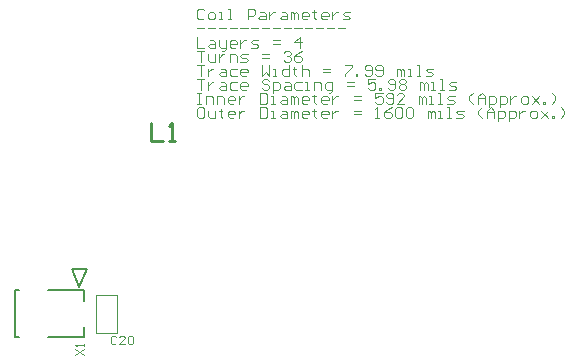
<source format=gto>
G04*
G04 #@! TF.GenerationSoftware,Altium Limited,Altium Designer,23.7.1 (13)*
G04*
G04 Layer_Color=65535*
%FSLAX25Y25*%
%MOIN*%
G70*
G04*
G04 #@! TF.SameCoordinates,EF7137CB-2ACC-42BF-A9FD-E08E9475024B*
G04*
G04*
G04 #@! TF.FilePolarity,Positive*
G04*
G01*
G75*
%ADD10C,0.00394*%
%ADD11C,0.00500*%
%ADD12C,0.00100*%
%ADD13C,0.01000*%
D10*
X29528Y93307D02*
X36614D01*
Y105905D01*
X29528Y93307D02*
Y105905D01*
X36614D01*
X36352Y91863D02*
X35893Y92322D01*
X34975D01*
X34516Y91863D01*
Y90026D01*
X34975Y89567D01*
X35893D01*
X36352Y90026D01*
X39107Y89567D02*
X37271D01*
X39107Y91404D01*
Y91863D01*
X38648Y92322D01*
X37730D01*
X37271Y91863D01*
X40026D02*
X40485Y92322D01*
X41403D01*
X41862Y91863D01*
Y90026D01*
X41403Y89567D01*
X40485D01*
X40026Y90026D01*
Y91863D01*
X22638Y85959D02*
X25393Y87795D01*
X22638D02*
X25393Y85959D01*
Y88714D02*
Y89632D01*
Y89173D01*
X22638D01*
X23097Y88714D01*
D11*
X2362Y107480D02*
X3858D01*
X25591Y104016D02*
Y107480D01*
Y91732D02*
Y95197D01*
X2362Y91732D02*
X3858D01*
X2362D02*
Y107480D01*
X13465D02*
X25591D01*
X13465Y91732D02*
X25591D01*
X21516Y114480D02*
X24016Y108480D01*
X21516Y114480D02*
X26516D01*
X24016Y108480D02*
X26516Y114480D01*
D12*
X65074Y168536D02*
X63874D01*
X63274Y167937D01*
Y165537D01*
X63874Y164938D01*
X65074D01*
X65674Y165537D01*
Y167937D01*
X65074Y168536D01*
X66873Y167337D02*
Y165537D01*
X67473Y164938D01*
X69273D01*
Y167337D01*
X71072Y167937D02*
Y167337D01*
X70472D01*
X71672D01*
X71072D01*
Y165537D01*
X71672Y164938D01*
X75271D02*
X74071D01*
X73471Y165537D01*
Y166737D01*
X74071Y167337D01*
X75271D01*
X75870Y166737D01*
Y166137D01*
X73471D01*
X77070Y167337D02*
Y164938D01*
Y166137D01*
X77670Y166737D01*
X78270Y167337D01*
X78869D01*
X84268Y168536D02*
Y164938D01*
X86067D01*
X86667Y165537D01*
Y167937D01*
X86067Y168536D01*
X84268D01*
X87866Y164938D02*
X89066D01*
X88466D01*
Y167337D01*
X87866D01*
X91465D02*
X92665D01*
X93265Y166737D01*
Y164938D01*
X91465D01*
X90865Y165537D01*
X91465Y166137D01*
X93265D01*
X94464Y164938D02*
Y167337D01*
X95064D01*
X95664Y166737D01*
Y164938D01*
Y166737D01*
X96264Y167337D01*
X96864Y166737D01*
Y164938D01*
X99863D02*
X98663D01*
X98063Y165537D01*
Y166737D01*
X98663Y167337D01*
X99863D01*
X100462Y166737D01*
Y166137D01*
X98063D01*
X102262Y167937D02*
Y167337D01*
X101662D01*
X102862D01*
X102262D01*
Y165537D01*
X102862Y164938D01*
X106460D02*
X105261D01*
X104661Y165537D01*
Y166737D01*
X105261Y167337D01*
X106460D01*
X107060Y166737D01*
Y166137D01*
X104661D01*
X108260Y167337D02*
Y164938D01*
Y166137D01*
X108860Y166737D01*
X109459Y167337D01*
X110059D01*
X115458Y166137D02*
X117857D01*
X115458Y167337D02*
X117857D01*
X122655Y164938D02*
X123855D01*
X123255D01*
Y168536D01*
X122655Y167937D01*
X128053Y168536D02*
X126854Y167937D01*
X125654Y166737D01*
Y165537D01*
X126254Y164938D01*
X127454D01*
X128053Y165537D01*
Y166137D01*
X127454Y166737D01*
X125654D01*
X129253Y167937D02*
X129853Y168536D01*
X131053D01*
X131652Y167937D01*
Y165537D01*
X131053Y164938D01*
X129853D01*
X129253Y165537D01*
Y167937D01*
X132852D02*
X133452Y168536D01*
X134651D01*
X135251Y167937D01*
Y165537D01*
X134651Y164938D01*
X133452D01*
X132852Y165537D01*
Y167937D01*
X140050Y164938D02*
Y167337D01*
X140649D01*
X141249Y166737D01*
Y164938D01*
Y166737D01*
X141849Y167337D01*
X142449Y166737D01*
Y164938D01*
X143649D02*
X144848D01*
X144248D01*
Y167337D01*
X143649D01*
X146648Y164938D02*
X147847D01*
X147247D01*
Y168536D01*
X146648D01*
X149647Y164938D02*
X151446D01*
X152046Y165537D01*
X151446Y166137D01*
X150246D01*
X149647Y166737D01*
X150246Y167337D01*
X152046D01*
X158044Y164938D02*
X156844Y166137D01*
Y167337D01*
X158044Y168536D01*
X159843Y164938D02*
Y167337D01*
X161043Y168536D01*
X162242Y167337D01*
Y164938D01*
Y166737D01*
X159843D01*
X163442Y163738D02*
Y167337D01*
X165242D01*
X165841Y166737D01*
Y165537D01*
X165242Y164938D01*
X163442D01*
X167041Y163738D02*
Y167337D01*
X168840D01*
X169440Y166737D01*
Y165537D01*
X168840Y164938D01*
X167041D01*
X170640Y167337D02*
Y164938D01*
Y166137D01*
X171240Y166737D01*
X171839Y167337D01*
X172439D01*
X174838Y164938D02*
X176038D01*
X176638Y165537D01*
Y166737D01*
X176038Y167337D01*
X174838D01*
X174239Y166737D01*
Y165537D01*
X174838Y164938D01*
X177838Y167337D02*
X180237Y164938D01*
X179037Y166137D01*
X180237Y167337D01*
X177838Y164938D01*
X181436D02*
Y165537D01*
X182036D01*
Y164938D01*
X181436D01*
X184435D02*
X185635Y166137D01*
Y167337D01*
X184435Y168536D01*
X63274Y173236D02*
X64474D01*
X63874D01*
Y169638D01*
X63274D01*
X64474D01*
X66273D02*
Y172037D01*
X68073D01*
X68673Y171437D01*
Y169638D01*
X69872D02*
Y172037D01*
X71672D01*
X72272Y171437D01*
Y169638D01*
X75271D02*
X74071D01*
X73471Y170237D01*
Y171437D01*
X74071Y172037D01*
X75271D01*
X75870Y171437D01*
Y170837D01*
X73471D01*
X77070Y172037D02*
Y169638D01*
Y170837D01*
X77670Y171437D01*
X78270Y172037D01*
X78869D01*
X84268Y173236D02*
Y169638D01*
X86067D01*
X86667Y170237D01*
Y172637D01*
X86067Y173236D01*
X84268D01*
X87866Y169638D02*
X89066D01*
X88466D01*
Y172037D01*
X87866D01*
X91465D02*
X92665D01*
X93265Y171437D01*
Y169638D01*
X91465D01*
X90865Y170237D01*
X91465Y170837D01*
X93265D01*
X94464Y169638D02*
Y172037D01*
X95064D01*
X95664Y171437D01*
Y169638D01*
Y171437D01*
X96264Y172037D01*
X96864Y171437D01*
Y169638D01*
X99863D02*
X98663D01*
X98063Y170237D01*
Y171437D01*
X98663Y172037D01*
X99863D01*
X100462Y171437D01*
Y170837D01*
X98063D01*
X102262Y172637D02*
Y172037D01*
X101662D01*
X102862D01*
X102262D01*
Y170237D01*
X102862Y169638D01*
X106460D02*
X105261D01*
X104661Y170237D01*
Y171437D01*
X105261Y172037D01*
X106460D01*
X107060Y171437D01*
Y170837D01*
X104661D01*
X108260Y172037D02*
Y169638D01*
Y170837D01*
X108860Y171437D01*
X109459Y172037D01*
X110059D01*
X115458Y170837D02*
X117857D01*
X115458Y172037D02*
X117857D01*
X125055Y173236D02*
X122655D01*
Y171437D01*
X123855Y172037D01*
X124455D01*
X125055Y171437D01*
Y170237D01*
X124455Y169638D01*
X123255D01*
X122655Y170237D01*
X126254D02*
X126854Y169638D01*
X128053D01*
X128653Y170237D01*
Y172637D01*
X128053Y173236D01*
X126854D01*
X126254Y172637D01*
Y172037D01*
X126854Y171437D01*
X128653D01*
X132252Y169638D02*
X129853D01*
X132252Y172037D01*
Y172637D01*
X131652Y173236D01*
X130453D01*
X129853Y172637D01*
X137051Y169638D02*
Y172037D01*
X137651D01*
X138250Y171437D01*
Y169638D01*
Y171437D01*
X138850Y172037D01*
X139450Y171437D01*
Y169638D01*
X140649D02*
X141849D01*
X141249D01*
Y172037D01*
X140649D01*
X143649Y169638D02*
X144848D01*
X144248D01*
Y173236D01*
X143649D01*
X146648Y169638D02*
X148447D01*
X149047Y170237D01*
X148447Y170837D01*
X147247D01*
X146648Y171437D01*
X147247Y172037D01*
X149047D01*
X155045Y169638D02*
X153845Y170837D01*
Y172037D01*
X155045Y173236D01*
X156844Y169638D02*
Y172037D01*
X158044Y173236D01*
X159244Y172037D01*
Y169638D01*
Y171437D01*
X156844D01*
X160443Y168438D02*
Y172037D01*
X162242D01*
X162842Y171437D01*
Y170237D01*
X162242Y169638D01*
X160443D01*
X164042Y168438D02*
Y172037D01*
X165841D01*
X166441Y171437D01*
Y170237D01*
X165841Y169638D01*
X164042D01*
X167641Y172037D02*
Y169638D01*
Y170837D01*
X168241Y171437D01*
X168840Y172037D01*
X169440D01*
X171839Y169638D02*
X173039D01*
X173639Y170237D01*
Y171437D01*
X173039Y172037D01*
X171839D01*
X171240Y171437D01*
Y170237D01*
X171839Y169638D01*
X174838Y172037D02*
X177238Y169638D01*
X176038Y170837D01*
X177238Y172037D01*
X174838Y169638D01*
X178437D02*
Y170237D01*
X179037D01*
Y169638D01*
X178437D01*
X181436D02*
X182636Y170837D01*
Y172037D01*
X181436Y173236D01*
X63274Y177936D02*
X65674D01*
X64474D01*
Y174338D01*
X66873Y176737D02*
Y174338D01*
Y175537D01*
X67473Y176137D01*
X68073Y176737D01*
X68673D01*
X71072D02*
X72272D01*
X72871Y176137D01*
Y174338D01*
X71072D01*
X70472Y174937D01*
X71072Y175537D01*
X72871D01*
X76470Y176737D02*
X74671D01*
X74071Y176137D01*
Y174937D01*
X74671Y174338D01*
X76470D01*
X79469D02*
X78270D01*
X77670Y174937D01*
Y176137D01*
X78270Y176737D01*
X79469D01*
X80069Y176137D01*
Y175537D01*
X77670D01*
X87267Y177337D02*
X86667Y177936D01*
X85467D01*
X84868Y177337D01*
Y176737D01*
X85467Y176137D01*
X86667D01*
X87267Y175537D01*
Y174937D01*
X86667Y174338D01*
X85467D01*
X84868Y174937D01*
X88466Y173138D02*
Y176737D01*
X90266D01*
X90865Y176137D01*
Y174937D01*
X90266Y174338D01*
X88466D01*
X92665Y176737D02*
X93865D01*
X94464Y176137D01*
Y174338D01*
X92665D01*
X92065Y174937D01*
X92665Y175537D01*
X94464D01*
X98063Y176737D02*
X96264D01*
X95664Y176137D01*
Y174937D01*
X96264Y174338D01*
X98063D01*
X99263D02*
X100462D01*
X99863D01*
Y176737D01*
X99263D01*
X102262Y174338D02*
Y176737D01*
X104061D01*
X104661Y176137D01*
Y174338D01*
X107060Y173138D02*
X107660D01*
X108260Y173738D01*
Y176737D01*
X106460D01*
X105861Y176137D01*
Y174937D01*
X106460Y174338D01*
X108260D01*
X113058Y175537D02*
X115458D01*
X113058Y176737D02*
X115458D01*
X122655Y177936D02*
X120256D01*
Y176137D01*
X121456Y176737D01*
X122055D01*
X122655Y176137D01*
Y174937D01*
X122055Y174338D01*
X120856D01*
X120256Y174937D01*
X123855Y174338D02*
Y174937D01*
X124455D01*
Y174338D01*
X123855D01*
X126854Y174937D02*
X127454Y174338D01*
X128653D01*
X129253Y174937D01*
Y177337D01*
X128653Y177936D01*
X127454D01*
X126854Y177337D01*
Y176737D01*
X127454Y176137D01*
X129253D01*
X130453Y177337D02*
X131053Y177936D01*
X132252D01*
X132852Y177337D01*
Y176737D01*
X132252Y176137D01*
X132852Y175537D01*
Y174937D01*
X132252Y174338D01*
X131053D01*
X130453Y174937D01*
Y175537D01*
X131053Y176137D01*
X130453Y176737D01*
Y177337D01*
X131053Y176137D02*
X132252D01*
X137651Y174338D02*
Y176737D01*
X138250D01*
X138850Y176137D01*
Y174338D01*
Y176137D01*
X139450Y176737D01*
X140050Y176137D01*
Y174338D01*
X141249D02*
X142449D01*
X141849D01*
Y176737D01*
X141249D01*
X144248Y174338D02*
X145448D01*
X144848D01*
Y177936D01*
X144248D01*
X147247Y174338D02*
X149047D01*
X149647Y174937D01*
X149047Y175537D01*
X147847D01*
X147247Y176137D01*
X147847Y176737D01*
X149647D01*
X63274Y182536D02*
X65674D01*
X64474D01*
Y178938D01*
X66873Y181337D02*
Y178938D01*
Y180137D01*
X67473Y180737D01*
X68073Y181337D01*
X68673D01*
X71072D02*
X72272D01*
X72871Y180737D01*
Y178938D01*
X71072D01*
X70472Y179537D01*
X71072Y180137D01*
X72871D01*
X76470Y181337D02*
X74671D01*
X74071Y180737D01*
Y179537D01*
X74671Y178938D01*
X76470D01*
X79469D02*
X78270D01*
X77670Y179537D01*
Y180737D01*
X78270Y181337D01*
X79469D01*
X80069Y180737D01*
Y180137D01*
X77670D01*
X84868Y182536D02*
Y178938D01*
X86067Y180137D01*
X87267Y178938D01*
Y182536D01*
X88466Y178938D02*
X89666D01*
X89066D01*
Y181337D01*
X88466D01*
X93865Y182536D02*
Y178938D01*
X92065D01*
X91465Y179537D01*
Y180737D01*
X92065Y181337D01*
X93865D01*
X95664Y181937D02*
Y181337D01*
X95064D01*
X96264D01*
X95664D01*
Y179537D01*
X96264Y178938D01*
X98063Y182536D02*
Y178938D01*
Y180737D01*
X98663Y181337D01*
X99863D01*
X100462Y180737D01*
Y178938D01*
X105261Y180137D02*
X107660D01*
X105261Y181337D02*
X107660D01*
X112459Y182536D02*
X114858D01*
Y181937D01*
X112459Y179537D01*
Y178938D01*
X116057D02*
Y179537D01*
X116657D01*
Y178938D01*
X116057D01*
X119056Y179537D02*
X119656Y178938D01*
X120856D01*
X121456Y179537D01*
Y181937D01*
X120856Y182536D01*
X119656D01*
X119056Y181937D01*
Y181337D01*
X119656Y180737D01*
X121456D01*
X122655Y179537D02*
X123255Y178938D01*
X124455D01*
X125055Y179537D01*
Y181937D01*
X124455Y182536D01*
X123255D01*
X122655Y181937D01*
Y181337D01*
X123255Y180737D01*
X125055D01*
X129853Y178938D02*
Y181337D01*
X130453D01*
X131053Y180737D01*
Y178938D01*
Y180737D01*
X131652Y181337D01*
X132252Y180737D01*
Y178938D01*
X133452D02*
X134651D01*
X134052D01*
Y181337D01*
X133452D01*
X136451Y178938D02*
X137651D01*
X137051D01*
Y182536D01*
X136451D01*
X139450Y178938D02*
X141249D01*
X141849Y179537D01*
X141249Y180137D01*
X140050D01*
X139450Y180737D01*
X140050Y181337D01*
X141849D01*
X63274Y187236D02*
X65674D01*
X64474D01*
Y183638D01*
X66873Y186037D02*
Y184237D01*
X67473Y183638D01*
X69273D01*
Y186037D01*
X70472D02*
Y183638D01*
Y184837D01*
X71072Y185437D01*
X71672Y186037D01*
X72272D01*
X74071Y183638D02*
Y186037D01*
X75870D01*
X76470Y185437D01*
Y183638D01*
X77670D02*
X79469D01*
X80069Y184237D01*
X79469Y184837D01*
X78270D01*
X77670Y185437D01*
X78270Y186037D01*
X80069D01*
X84868Y184837D02*
X87267D01*
X84868Y186037D02*
X87267D01*
X92065Y186637D02*
X92665Y187236D01*
X93865D01*
X94464Y186637D01*
Y186037D01*
X93865Y185437D01*
X93265D01*
X93865D01*
X94464Y184837D01*
Y184237D01*
X93865Y183638D01*
X92665D01*
X92065Y184237D01*
X98063Y187236D02*
X96864Y186637D01*
X95664Y185437D01*
Y184237D01*
X96264Y183638D01*
X97463D01*
X98063Y184237D01*
Y184837D01*
X97463Y185437D01*
X95664D01*
X63274Y191936D02*
Y188338D01*
X65674D01*
X67473Y190737D02*
X68673D01*
X69273Y190137D01*
Y188338D01*
X67473D01*
X66873Y188937D01*
X67473Y189537D01*
X69273D01*
X70472Y190737D02*
Y188937D01*
X71072Y188338D01*
X72871D01*
Y187738D01*
X72272Y187138D01*
X71672D01*
X72871Y188338D02*
Y190737D01*
X75870Y188338D02*
X74671D01*
X74071Y188937D01*
Y190137D01*
X74671Y190737D01*
X75870D01*
X76470Y190137D01*
Y189537D01*
X74071D01*
X77670Y190737D02*
Y188338D01*
Y189537D01*
X78270Y190137D01*
X78869Y190737D01*
X79469D01*
X81269Y188338D02*
X83068D01*
X83668Y188937D01*
X83068Y189537D01*
X81868D01*
X81269Y190137D01*
X81868Y190737D01*
X83668D01*
X88466Y189537D02*
X90865D01*
X88466Y190737D02*
X90865D01*
X97463Y188338D02*
Y191936D01*
X95664Y190137D01*
X98063D01*
X63274Y194837D02*
X65674D01*
X66873D02*
X69273D01*
X70472D02*
X72871D01*
X74071D02*
X76470D01*
X77670D02*
X80069D01*
X81269D02*
X83668D01*
X84868D02*
X87267D01*
X88466D02*
X90865D01*
X92065D02*
X94464D01*
X95664D02*
X98063D01*
X99263D02*
X101662D01*
X102862D02*
X105261D01*
X106460D02*
X108860D01*
X110059D02*
X112459D01*
X65674Y200737D02*
X65074Y201336D01*
X63874D01*
X63274Y200737D01*
Y198337D01*
X63874Y197738D01*
X65074D01*
X65674Y198337D01*
X67473Y197738D02*
X68673D01*
X69273Y198337D01*
Y199537D01*
X68673Y200137D01*
X67473D01*
X66873Y199537D01*
Y198337D01*
X67473Y197738D01*
X70472D02*
X71672D01*
X71072D01*
Y200137D01*
X70472D01*
X73471Y197738D02*
X74671D01*
X74071D01*
Y201336D01*
X73471D01*
X80069Y197738D02*
Y201336D01*
X81868D01*
X82468Y200737D01*
Y199537D01*
X81868Y198937D01*
X80069D01*
X84268Y200137D02*
X85467D01*
X86067Y199537D01*
Y197738D01*
X84268D01*
X83668Y198337D01*
X84268Y198937D01*
X86067D01*
X87267Y200137D02*
Y197738D01*
Y198937D01*
X87866Y199537D01*
X88466Y200137D01*
X89066D01*
X91465D02*
X92665D01*
X93265Y199537D01*
Y197738D01*
X91465D01*
X90865Y198337D01*
X91465Y198937D01*
X93265D01*
X94464Y197738D02*
Y200137D01*
X95064D01*
X95664Y199537D01*
Y197738D01*
Y199537D01*
X96264Y200137D01*
X96864Y199537D01*
Y197738D01*
X99863D02*
X98663D01*
X98063Y198337D01*
Y199537D01*
X98663Y200137D01*
X99863D01*
X100462Y199537D01*
Y198937D01*
X98063D01*
X102262Y200737D02*
Y200137D01*
X101662D01*
X102862D01*
X102262D01*
Y198337D01*
X102862Y197738D01*
X106460D02*
X105261D01*
X104661Y198337D01*
Y199537D01*
X105261Y200137D01*
X106460D01*
X107060Y199537D01*
Y198937D01*
X104661D01*
X108260Y200137D02*
Y197738D01*
Y198937D01*
X108860Y199537D01*
X109459Y200137D01*
X110059D01*
X111859Y197738D02*
X113658D01*
X114258Y198337D01*
X113658Y198937D01*
X112459D01*
X111859Y199537D01*
X112459Y200137D01*
X114258D01*
D13*
X47970Y163235D02*
Y157237D01*
X51968D01*
X53968D02*
X55967D01*
X54968D01*
Y163235D01*
X53968Y162236D01*
M02*

</source>
